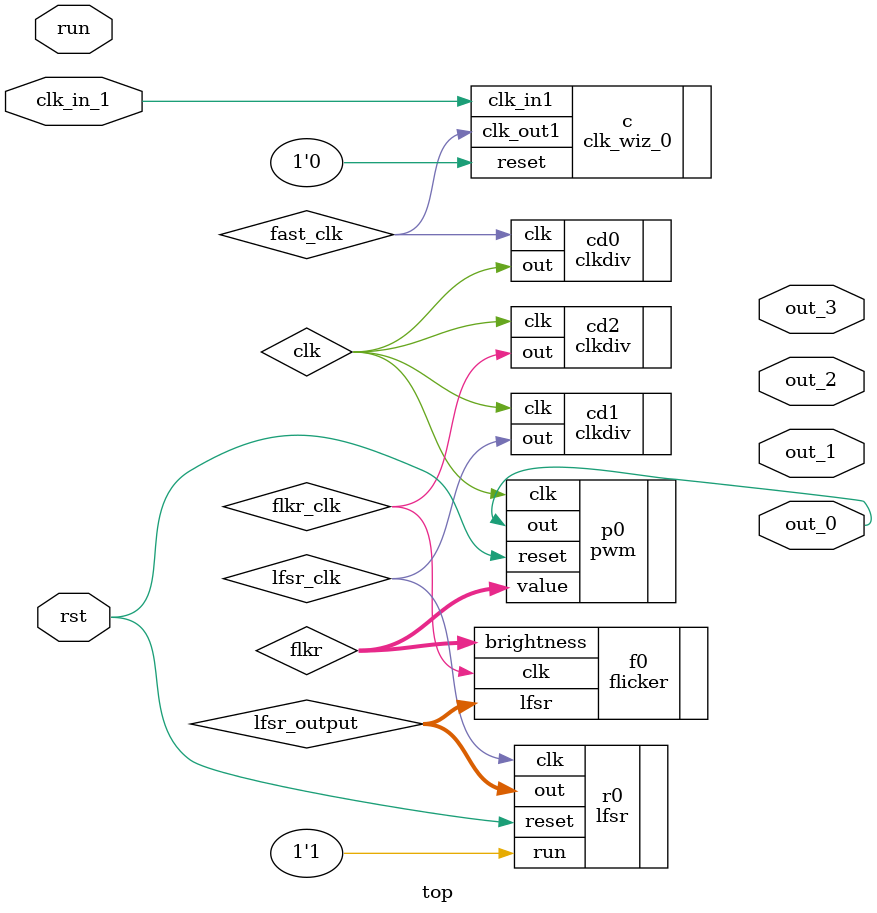
<source format=v>
module top(
    input clk_in_1,
    input rst,
    input run,
    output out_3,
    output out_2,
    output out_1,
    output out_0
    );

    wire fast_clk, clk, flkr_clk, lfsr_clk, pwm_clk;
    wire [7:0]flkr;
    wire [3:0]lfsr_output;

    //assign clk = clk_in_1;
    clk_wiz_0 c(.clk_in1(clk_in_1), .reset(1'b0), .clk_out1(fast_clk));
    // this is to get us an ~12.5khz clock, just like tinytapeout
    clkdiv #(.INDEX(12)) cd0(.clk(fast_clk), .out(clk));
    clkdiv #(.INDEX(5)) cd1(.clk(clk), .out(lfsr_clk));
    clkdiv #(.INDEX(2)) cd2(.clk(clk), .out(flkr_clk));
        
    lfsr r0(.clk(lfsr_clk), .reset(rst), .run(1'b1), .out(lfsr_output));
    
    flicker f0(.clk(flkr_clk), .lfsr(lfsr_output), .brightness(flkr));
    
    pwm p0(.clk(clk), .reset(rst), .value(flkr), .out(out_0));


endmodule
</source>
